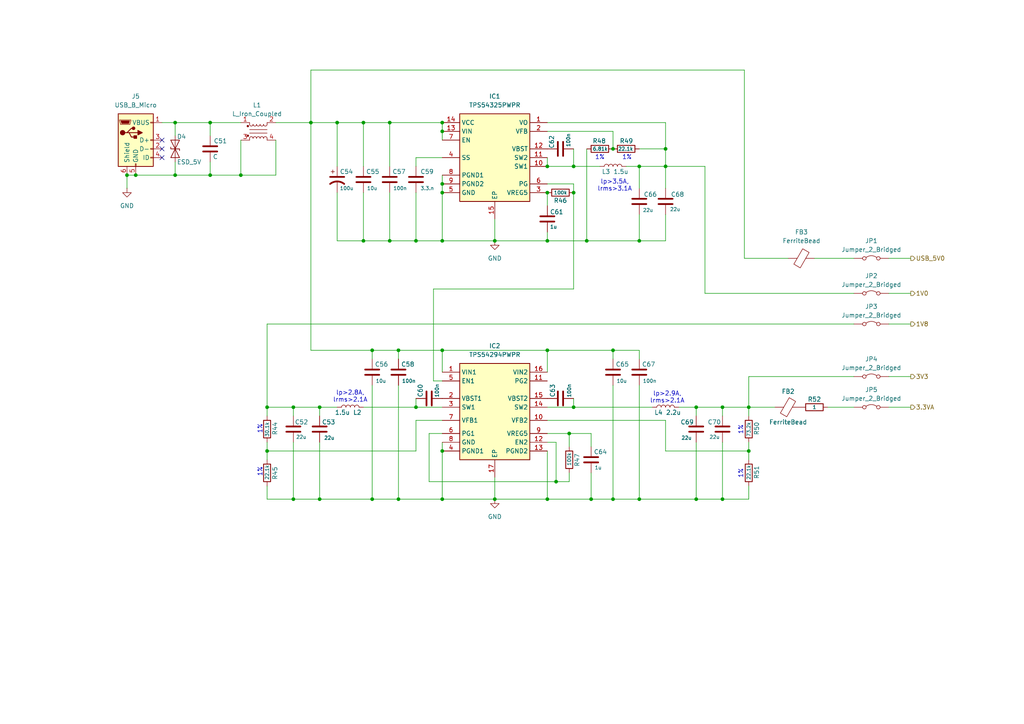
<source format=kicad_sch>
(kicad_sch (version 20250114) (generator "eeschema") (generator_version "9.0")
  (paper "A4")
  (lib_symbols
    (symbol "C_1" (pin_numbers (hide yes)) (pin_names (offset 0.254) (hide yes))
      (property "Reference" "C" (at 0.635 2.54 0))
      (property "Value" "C" (at 0.635 -2.54 0))
      (symbol "C_1_0_1"
        (polyline (pts (xy -2.032 0.762) (xy 2.032 0.762)) (stroke (width 0.508)))
        (polyline (pts (xy -2.032 -0.762) (xy 2.032 -0.762)) (stroke (width 0.508)))
      )
      (symbol "C_1_1_1"
        (pin passive line (at 0 3.81 270) (length 2.794) (name "~") (number "1"))
        (pin passive line (at 0 -3.81 90) (length 2.794) (name "~") (number "2"))
      )
    )
    (symbol "C_2" (pin_numbers (hide yes)) (pin_names (offset 0.254) (hide yes))
      (property "Reference" "C" (at 0.635 2.54 0))
      (property "Value" "C" (at 0.635 -2.54 0))
      (symbol "C_2_0_1"
        (polyline (pts (xy -2.032 0.762) (xy 2.032 0.762)) (stroke (width 0.508)))
        (polyline (pts (xy -2.032 -0.762) (xy 2.032 -0.762)) (stroke (width 0.508)))
      )
      (symbol "C_2_1_1"
        (pin passive line (at 0 3.81 270) (length 2.794) (name "~") (number "1"))
        (pin passive line (at 0 -3.81 90) (length 2.794) (name "~") (number "2"))
      )
    )
    (symbol "Connector:USB_B_Micro" (pin_names (offset 1.016))
      (property "Reference" "J5" (at 0 12.7 0))
      (property "Value" "USB_B_Micro" (at 0 10.16 0))
      (symbol "USB_B_Micro_0_1"
        (rectangle (start -5.08 -7.62) (end 5.08 7.62) (stroke (width 0.254)) (fill (type background)))
        (polyline (pts (xy -4.699 5.842) (xy -4.699 5.588) (xy -4.445 4.826) (xy -4.445 4.572) (xy -1.651 4.572) (xy -1.651 4.826) (xy -1.397 5.588) (xy -1.397 5.842) (xy -4.699 5.842)))
        (polyline (pts (xy -4.318 5.588) (xy -1.778 5.588) (xy -2.032 4.826) (xy -4.064 4.826) (xy -4.318 5.588)) (fill (type outline)))
        (circle (center -3.81 2.159) (radius 0.635) (stroke (width 0.254)) (fill (type outline)))
        (polyline (pts (xy -3.175 2.159) (xy -2.54 2.159) (xy -1.27 3.429) (xy -0.635 3.429)) (stroke (width 0.254)))
        (polyline (pts (xy -2.54 2.159) (xy -1.905 2.159) (xy -1.27 0.889) (xy 0 0.889)) (stroke (width 0.254)))
        (polyline (pts (xy -1.905 2.159) (xy 0.635 2.159)) (stroke (width 0.254)))
        (circle (center -0.635 3.429) (radius 0.381) (stroke (width 0.254)) (fill (type outline)))
        (rectangle (start -0.127 -7.62) (end 0.127 -6.858))
        (rectangle (start 0.254 1.27) (end -0.508 0.508) (stroke (width 0.254)) (fill (type outline)))
        (polyline (pts (xy 0.635 2.794) (xy 0.635 1.524) (xy 1.905 2.159) (xy 0.635 2.794)) (stroke (width 0.254)) (fill (type outline)))
        (rectangle (start 5.08 4.953) (end 4.318 5.207))
        (rectangle (start 5.08 -0.127) (end 4.318 0.127))
        (rectangle (start 5.08 -2.667) (end 4.318 -2.413))
        (rectangle (start 5.08 -5.207) (end 4.318 -4.953))
      )
      (symbol "USB_B_Micro_1_1"
        (pin passive line (at -2.54 -10.16 90) (length 2.54) (name "Shield") (number "6"))
        (pin power_in line (at 0 -10.16 90) (length 2.54) (name "GND") (number "5"))
        (pin power_out line (at 7.62 5.08 180) (length 2.54) (name "VBUS") (number "1"))
        (pin bidirectional line (at 7.62 0 180) (length 2.54) (name "D+") (number "3"))
        (pin bidirectional line (at 7.62 -2.54 180) (length 2.54) (name "D-") (number "2"))
        (pin passive line (at 7.62 -5.08 180) (length 2.54) (name "ID") (number "4"))
      )
    )
    (symbol "Device:C" (pin_numbers (hide yes)) (pin_names (offset 0.254))
      (property "Reference" "C" (at 0.635 2.54 0))
      (property "Value" "C" (at 0.635 -2.54 0))
      (symbol "C_0_1"
        (polyline (pts (xy -2.032 0.762) (xy 2.032 0.762)) (stroke (width 0.508)))
        (polyline (pts (xy -2.032 -0.762) (xy 2.032 -0.762)) (stroke (width 0.508)))
      )
      (symbol "C_1_1"
        (pin passive line (at 0 3.81 270) (length 2.794) (name "~") (number "1"))
        (pin passive line (at 0 -3.81 90) (length 2.794) (name "~") (number "2"))
      )
    )
    (symbol "Device:C_Polarized_US" (pin_numbers (hide yes)) (pin_names (offset 0.254) (hide yes))
      (property "Reference" "C" (at 0.635 2.54 0))
      (property "Value" "C_Polarized_US" (at 0.635 -2.54 0))
      (symbol "C_Polarized_US_0_1"
        (polyline (pts (xy -2.032 0.762) (xy 2.032 0.762)) (stroke (width 0.508)))
        (polyline (pts (xy -1.778 2.286) (xy -0.762 2.286)))
        (polyline (pts (xy -1.27 1.778) (xy -1.27 2.794)))
        (arc (start -2.032 -1.27) (mid 0 -0.5572) (end 2.032 -1.27) (stroke (width 0.508)))
      )
      (symbol "C_Polarized_US_1_1"
        (pin passive line (at 0 3.81 270) (length 2.794) (name "~") (number "1"))
        (pin passive line (at 0 -3.81 90) (length 3.302) (name "~") (number "2"))
      )
    )
    (symbol "Device:FerriteBead" (pin_numbers (hide yes)) (pin_names (offset 0))
      (property "Reference" "FB" (at -3.81 0.635 90))
      (property "Value" "FerriteBead" (at 3.81 0 90))
      (symbol "FerriteBead_0_1"
        (polyline (pts (xy -2.7686 0.4064) (xy -1.7018 2.2606) (xy 2.7686 -0.3048) (xy 1.6764 -2.159) (xy -2.7686 0.4064)))
        (polyline (pts (xy 0 1.27) (xy 0 1.2954)))
        (polyline (pts (xy 0 -1.27) (xy 0 -1.2192)))
      )
      (symbol "FerriteBead_1_1"
        (pin passive line (at 0 3.81 270) (length 2.54) (name "~") (number "1"))
        (pin passive line (at 0 -3.81 90) (length 2.54) (name "~") (number "2"))
      )
    )
    (symbol "Device:L" (pin_numbers (hide yes)) (pin_names (offset 1.016) (hide yes))
      (property "Reference" "L" (at -1.27 0 90))
      (property "Value" "L" (at 1.905 0 90))
      (symbol "L_0_1"
        (arc (start 0 2.54) (mid 0.6323 1.905) (end 0 1.27))
        (arc (start 0 1.27) (mid 0.6323 0.635) (end 0 0))
        (arc (start 0 0) (mid 0.6323 -0.635) (end 0 -1.27))
        (arc (start 0 -1.27) (mid 0.6323 -1.905) (end 0 -2.54))
      )
      (symbol "L_1_1"
        (pin passive line (at 0 3.81 270) (length 1.27) (name "1") (number "1"))
        (pin passive line (at 0 -3.81 90) (length 1.27) (name "2") (number "2"))
      )
    )
    (symbol "Device:L_Iron_Coupled" (pin_names (offset 0.254) (hide yes))
      (property "Reference" "L" (at 0 4.445 0))
      (property "Value" "L_Iron_Coupled" (at 0 -4.445 0))
      (symbol "L_Iron_Coupled_0_1"
        (circle (center -3.048 1.524) (radius 0.254) (fill (type outline)))
        (circle (center -3.048 -1.27) (radius 0.254) (fill (type outline)))
        (polyline (pts (xy -2.54 2.032) (xy -2.54 2.54)))
        (polyline (pts (xy -2.54 0.508) (xy 2.54 0.508)))
        (polyline (pts (xy -2.54 -2.032) (xy -2.54 -2.54)))
        (arc (start -1.524 2.032) (mid -2.032 1.5262) (end -2.54 2.032))
        (arc (start -2.54 -2.032) (mid -2.032 -1.5262) (end -1.524 -2.032))
        (arc (start -0.508 2.032) (mid -1.016 1.5262) (end -1.524 2.032))
        (arc (start -1.524 -2.032) (mid -1.016 -1.5262) (end -0.508 -2.032))
        (arc (start 0.508 2.032) (mid 0 1.5262) (end -0.508 2.032))
        (arc (start -0.508 -2.032) (mid 0 -1.5262) (end 0.508 -2.032))
        (arc (start 1.524 2.032) (mid 1.016 1.5262) (end 0.508 2.032))
        (arc (start 0.508 -2.032) (mid 1.016 -1.5262) (end 1.524 -2.032))
        (arc (start 2.54 2.032) (mid 2.032 1.5262) (end 1.524 2.032))
        (arc (start 1.524 -2.032) (mid 2.032 -1.5262) (end 2.54 -2.032))
        (polyline (pts (xy 2.54 2.54) (xy 2.54 2.032)))
        (polyline (pts (xy 2.54 -0.508) (xy -2.54 -0.508)))
        (polyline (pts (xy 2.54 -2.032) (xy 2.54 -2.54)))
      )
      (symbol "L_Iron_Coupled_1_1"
        (pin passive line (at -5.08 2.54 0) (length 2.54) (name "1") (number "1"))
        (pin passive line (at -5.08 -2.54 0) (length 2.54) (name "3") (number "3"))
        (pin passive line (at 5.08 2.54 180) (length 2.54) (name "2") (number "2"))
        (pin passive line (at 5.08 -2.54 180) (length 2.54) (name "4") (number "4"))
      )
    )
    (symbol "Device:R" (pin_numbers (hide yes)) (pin_names (offset 0))
      (property "Reference" "R" (at 2.032 0 90))
      (property "Value" "R" (at 0 0 90))
      (symbol "R_0_1"
        (rectangle (start -1.016 -2.54) (end 1.016 2.54) (stroke (width 0.254)))
      )
      (symbol "R_1_1"
        (pin passive line (at 0 3.81 270) (length 1.27) (name "~") (number "1"))
        (pin passive line (at 0 -3.81 90) (length 1.27) (name "~") (number "2"))
      )
    )
    (symbol "Diode:ESD9B5.0ST5G" (pin_numbers (hide yes)) (pin_names (offset 1.016) (hide yes))
      (property "Reference" "D" (at 0 2.54 0))
      (property "Value" "ESD9B5.0ST5G" (at 0 -2.54 0))
      (symbol "ESD9B5.0ST5G_0_1"
        (polyline (pts (xy -2.54 -1.27) (xy 0 0) (xy -2.54 1.27) (xy -2.54 -1.27)) (stroke (width 0.2032)))
        (polyline (pts (xy 0.508 1.27) (xy 0 1.27) (xy 0 -1.27) (xy -0.508 -1.27)) (stroke (width 0.2032)))
        (polyline (pts (xy 1.27 0) (xy -1.27 0)))
        (polyline (pts (xy 2.54 1.27) (xy 2.54 -1.27) (xy 0 0) (xy 2.54 1.27)) (stroke (width 0.2032)))
      )
      (symbol "ESD9B5.0ST5G_1_1"
        (pin passive line (at -3.81 0 0) (length 2.54) (name "A1") (number "1"))
        (pin passive line (at 3.81 0 180) (length 2.54) (name "A2") (number "2"))
      )
    )
    (symbol "Jumper:Jumper_2_Bridged" (pin_numbers (hide yes)) (pin_names (offset 0) (hide yes))
      (property "Reference" "JP" (at 0 1.905 0))
      (property "Value" "Jumper_2_Bridged" (at 0 -2.54 0))
      (symbol "Jumper_2_Bridged_0_0"
        (circle (center -2.032 0) (radius 0.508))
        (circle (center 2.032 0) (radius 0.508))
      )
      (symbol "Jumper_2_Bridged_0_1"
        (arc (start -1.524 0.254) (mid 0 0.762) (end 1.524 0.254))
      )
      (symbol "Jumper_2_Bridged_1_1"
        (pin passive line (at -5.08 0 0) (length 2.54) (name "A") (number "1"))
        (pin passive line (at 5.08 0 180) (length 2.54) (name "B") (number "2"))
      )
    )
    (symbol "L_1" (pin_numbers (hide yes)) (pin_names (offset 1.016) (hide yes))
      (property "Reference" "L" (at -1.27 0 90))
      (property "Value" "L" (at 1.905 0 90))
      (symbol "L_1_0_1"
        (arc (start 0 2.54) (mid 0.6323 1.905) (end 0 1.27))
        (arc (start 0 1.27) (mid 0.6323 0.635) (end 0 0))
        (arc (start 0 0) (mid 0.6323 -0.635) (end 0 -1.27))
        (arc (start 0 -1.27) (mid 0.6323 -1.905) (end 0 -2.54))
      )
      (symbol "L_1_1_1"
        (pin passive line (at 0 3.81 270) (length 1.27) (name "1") (number "1"))
        (pin passive line (at 0 -3.81 90) (length 1.27) (name "2") (number "2"))
      )
    )
    (symbol "TPS54294PWPR:TPS54294PWPR"
      (property "Reference" "IC2" (at 15.24 7.62 0))
      (property "Value" "TPS54294PWPR" (at 15.24 5.08 0))
      (symbol "TPS54294PWPR_1_1"
        (rectangle (start 5.08 2.54) (end 25.4 -25.4) (stroke (width 0.254)) (fill (type background)))
        (pin passive line (at 0 0 0) (length 5.08) (name "VIN1") (number "1"))
        (pin passive line (at 0 -2.54 0) (length 5.08) (name "EN1") (number "5"))
        (pin passive line (at 0 -7.62 0) (length 5.08) (name "VBST1") (number "2"))
        (pin passive line (at 0 -10.16 0) (length 5.08) (name "SW1") (number "3"))
        (pin passive line (at 0 -13.97 0) (length 5.08) (name "VFB1") (number "7"))
        (pin passive line (at 0 -17.78 0) (length 5.08) (name "PG1") (number "6"))
        (pin passive line (at 0 -20.32 0) (length 5.08) (name "GND") (number "8"))
        (pin passive line (at 0 -22.86 0) (length 5.08) (name "PGND1") (number "4"))
        (pin passive line (at 15.24 -30.48 90) (length 5.08) (name "EP") (number "17"))
        (pin passive line (at 30.48 0 180) (length 5.08) (name "VIN2") (number "16"))
        (pin passive line (at 30.48 -2.54 180) (length 5.08) (name "PG2") (number "11"))
        (pin passive line (at 30.48 -7.62 180) (length 5.08) (name "VBST2") (number "15"))
        (pin passive line (at 30.48 -10.16 180) (length 5.08) (name "SW2") (number "14"))
        (pin passive line (at 30.48 -13.97 180) (length 5.08) (name "VFB2") (number "10"))
        (pin passive line (at 30.48 -17.78 180) (length 5.08) (name "VREG5") (number "9"))
        (pin passive line (at 30.48 -20.32 180) (length 5.08) (name "EN2") (number "12"))
        (pin passive line (at 30.48 -22.86 180) (length 5.08) (name "PGND2") (number "13"))
      )
    )
    (symbol "TPS54325PWPR:TPS54325PWPR"
      (property "Reference" "IC1" (at 15.24 7.62 0))
      (property "Value" "TPS54325PWPR" (at 15.24 5.08 0))
      (symbol "TPS54325PWPR_1_1"
        (rectangle (start 5.08 2.54) (end 25.4 -22.86) (stroke (width 0.254)) (fill (type background)))
        (pin passive line (at 0 0 0) (length 5.08) (name "VCC") (number "14"))
        (pin passive line (at 0 -2.54 0) (length 5.08) (name "VIN") (number "13"))
        (pin passive line (at 0 -5.08 0) (length 5.08) (name "EN") (number "7"))
        (pin passive line (at 0 -10.16 0) (length 5.08) (name "SS") (number "4"))
        (pin passive line (at 0 -15.24 0) (length 5.08) (name "PGND1") (number "8"))
        (pin passive line (at 0 -17.78 0) (length 5.08) (name "PGND2") (number "9"))
        (pin passive line (at 0 -20.32 0) (length 5.08) (name "GND") (number "5"))
        (pin passive line (at 15.24 -27.94 90) (length 5.08) (name "EP") (number "15"))
        (pin passive line (at 30.48 0 180) (length 5.08) (name "VO") (number "1"))
        (pin passive line (at 30.48 -2.54 180) (length 5.08) (name "VFB") (number "2"))
        (pin passive line (at 30.48 -7.62 180) (length 5.08) (name "VBST") (number "12"))
        (pin passive line (at 30.48 -10.16 180) (length 5.08) (name "SW2") (number "11"))
        (pin passive line (at 30.48 -12.7 180) (length 5.08) (name "SW1") (number "10"))
        (pin passive line (at 30.48 -17.78 180) (length 5.08) (name "PG") (number "6"))
        (pin passive line (at 30.48 -20.32 180) (length 5.08) (name "VREG5") (number "3"))
      )
    )
    (symbol "power:GND" (power) (pin_numbers (hide yes)) (pin_names (offset 0) (hide yes))
      (property "Value" "GND" (at 0 -3.81 0))
      (symbol "GND_0_1"
        (polyline (pts (xy 0 0) (xy 0 -1.27) (xy 1.27 -1.27) (xy 0 -2.54) (xy -1.27 -1.27) (xy 0 -1.27)))
      )
      (symbol "GND_1_1"
        (pin power_in line (at 0 0 270) (length 0) (name "~") (number "1"))
      )
    )
  )
  (text "1%" (at 214.884 137.414 90) (effects (font (size 1.27 1.27))))
  (text "1%" (at 75.438 136.906 90) (effects (font (size 1.27 1.27))))
  (text "1%" (at 173.99 45.72 0) (effects (font (size 1.27 1.27))))
  (text "lp>2.8A,\nlrms>2.1A" (at 101.6 115.062 0) (effects (font (size 1.27 1.27))))
  (text "lp>2.9A,\nlrms>2.1A" (at 193.548 115.316 0) (effects (font (size 1.27 1.27))))
  (text "1%" (at 181.864 45.72 0) (effects (font (size 1.27 1.27))))
  (text "1%" (at 75.438 124.46 90) (effects (font (size 1.27 1.27))))
  (text "lp>3.5A,\nlrms>3.1A" (at 178.308 53.848 0) (effects (font (size 1.27 1.27))))
  (text "1%" (at 214.884 124.714 90) (effects (font (size 1.27 1.27))))
  (junction (at 128.27 69.85))
  (junction (at 85.09 118.11))
  (junction (at 77.47 118.11))
  (junction (at 193.04 48.26))
  (junction (at 158.75 144.78))
  (junction (at 128.27 53.34))
  (junction (at 85.09 144.78))
  (junction (at 158.75 48.26))
  (junction (at 171.45 144.78))
  (junction (at 92.71 118.11))
  (junction (at 143.51 144.78))
  (junction (at 105.41 69.85))
  (junction (at 158.75 69.85))
  (junction (at 50.8 35.56))
  (junction (at 166.37 118.11))
  (junction (at 113.03 69.85))
  (junction (at 193.04 43.18))
  (junction (at 105.41 35.56))
  (junction (at 107.95 144.78))
  (junction (at 177.8 144.78))
  (junction (at 170.18 69.85))
  (junction (at 158.75 101.6))
  (junction (at 128.27 130.81))
  (junction (at 217.17 130.81))
  (junction (at 39.37 50.8))
  (junction (at 60.96 50.8))
  (junction (at 69.85 50.8))
  (junction (at 115.57 144.78))
  (junction (at 177.8 43.18))
  (junction (at 128.27 55.88))
  (junction (at 165.1 125.73))
  (junction (at 166.37 48.26))
  (junction (at 217.17 118.11))
  (junction (at 107.95 101.6))
  (junction (at 128.27 144.78))
  (junction (at 209.55 144.78))
  (junction (at 209.55 118.11))
  (junction (at 158.75 55.88))
  (junction (at 36.83 50.8))
  (junction (at 185.42 48.26))
  (junction (at 97.79 35.56))
  (junction (at 77.47 130.81))
  (junction (at 92.71 144.78))
  (junction (at 166.37 55.88))
  (junction (at 113.03 35.56))
  (junction (at 128.27 101.6))
  (junction (at 128.27 35.56))
  (junction (at 50.8 50.8))
  (junction (at 177.8 101.6))
  (junction (at 201.93 144.78))
  (junction (at 143.51 69.85))
  (junction (at 128.27 38.1))
  (junction (at 90.17 35.56))
  (junction (at 201.93 118.11))
  (junction (at 60.96 35.56))
  (junction (at 185.42 144.78))
  (junction (at 120.65 118.11))
  (junction (at 115.57 101.6))
  (junction (at 161.29 139.7))
  (junction (at 185.42 69.85))
  (junction (at 120.65 69.85))
  (no_connect (at 46.99 40.64))
  (no_connect (at 46.99 45.72))
  (no_connect (at 46.99 43.18))
  (wire (pts (xy 85.09 144.78) (xy 92.71 144.78)))
  (wire (pts (xy 185.42 101.6) (xy 185.42 104.14)))
  (wire (pts (xy 170.18 69.85) (xy 185.42 69.85)))
  (wire (pts (xy 177.8 111.76) (xy 177.8 144.78)))
  (wire (pts (xy 128.27 130.81) (xy 128.27 144.78)))
  (wire (pts (xy 181.61 48.26) (xy 185.42 48.26)))
  (wire (pts (xy 97.79 48.26) (xy 97.79 35.56)))
  (wire (pts (xy 257.81 93.98) (xy 264.16 93.98)))
  (wire (pts (xy 77.47 130.81) (xy 77.47 133.35)))
  (wire (pts (xy 143.51 69.85) (xy 158.75 69.85)))
  (wire (pts (xy 257.81 118.11) (xy 264.16 118.11)))
  (wire (pts (xy 143.51 138.43) (xy 143.51 144.78)))
  (wire (pts (xy 90.17 35.56) (xy 97.79 35.56)))
  (wire (pts (xy 201.93 128.27) (xy 201.93 144.78)))
  (wire (pts (xy 90.17 20.32) (xy 90.17 35.56)))
  (wire (pts (xy 217.17 120.65) (xy 217.17 118.11)))
  (wire (pts (xy 77.47 144.78) (xy 85.09 144.78)))
  (wire (pts (xy 124.46 139.7) (xy 161.29 139.7)))
  (wire (pts (xy 50.8 35.56) (xy 60.96 35.56)))
  (wire (pts (xy 60.96 35.56) (xy 69.85 35.56)))
  (wire (pts (xy 158.75 125.73) (xy 165.1 125.73)))
  (wire (pts (xy 97.79 35.56) (xy 105.41 35.56)))
  (wire (pts (xy 161.29 128.27) (xy 161.29 139.7)))
  (wire (pts (xy 113.03 35.56) (xy 128.27 35.56)))
  (wire (pts (xy 185.42 48.26) (xy 193.04 48.26)))
  (wire (pts (xy 128.27 101.6) (xy 158.75 101.6)))
  (wire (pts (xy 257.81 85.09) (xy 264.16 85.09)))
  (wire (pts (xy 115.57 111.76) (xy 115.57 144.78)))
  (wire (pts (xy 228.6 74.93) (xy 215.9 74.93)))
  (wire (pts (xy 177.8 101.6) (xy 185.42 101.6)))
  (wire (pts (xy 165.1 137.16) (xy 165.1 139.7)))
  (wire (pts (xy 92.71 120.65) (xy 92.71 118.11)))
  (wire (pts (xy 193.04 62.23) (xy 193.04 69.85)))
  (wire (pts (xy 217.17 118.11) (xy 224.79 118.11)))
  (wire (pts (xy 215.9 20.32) (xy 90.17 20.32)))
  (wire (pts (xy 69.85 50.8) (xy 60.96 50.8)))
  (wire (pts (xy 217.17 109.22) (xy 247.65 109.22)))
  (wire (pts (xy 85.09 128.27) (xy 85.09 144.78)))
  (wire (pts (xy 69.85 40.64) (xy 69.85 50.8)))
  (wire (pts (xy 50.8 46.99) (xy 50.8 50.8)))
  (wire (pts (xy 193.04 48.26) (xy 204.47 48.26)))
  (wire (pts (xy 177.8 144.78) (xy 185.42 144.78)))
  (wire (pts (xy 158.75 101.6) (xy 177.8 101.6)))
  (wire (pts (xy 217.17 118.11) (xy 209.55 118.11)))
  (wire (pts (xy 143.51 63.5) (xy 143.51 69.85)))
  (wire (pts (xy 166.37 53.34) (xy 166.37 55.88)))
  (wire (pts (xy 113.03 55.88) (xy 113.03 69.85)))
  (wire (pts (xy 85.09 118.11) (xy 92.71 118.11)))
  (wire (pts (xy 90.17 101.6) (xy 107.95 101.6)))
  (wire (pts (xy 50.8 35.56) (xy 50.8 39.37)))
  (wire (pts (xy 128.27 35.56) (xy 128.27 38.1)))
  (wire (pts (xy 177.8 38.1) (xy 177.8 43.18)))
  (wire (pts (xy 120.65 48.26) (xy 120.65 45.72)))
  (wire (pts (xy 90.17 35.56) (xy 90.17 101.6)))
  (wire (pts (xy 97.79 55.88) (xy 97.79 69.85)))
  (wire (pts (xy 120.65 69.85) (xy 128.27 69.85)))
  (wire (pts (xy 158.75 69.85) (xy 170.18 69.85)))
  (wire (pts (xy 107.95 101.6) (xy 115.57 101.6)))
  (wire (pts (xy 264.16 74.93) (xy 257.81 74.93)))
  (wire (pts (xy 209.55 128.27) (xy 209.55 144.78)))
  (wire (pts (xy 60.96 35.56) (xy 60.96 39.37)))
  (wire (pts (xy 113.03 48.26) (xy 113.03 35.56)))
  (wire (pts (xy 158.75 130.81) (xy 158.75 144.78)))
  (wire (pts (xy 115.57 101.6) (xy 128.27 101.6)))
  (wire (pts (xy 77.47 120.65) (xy 77.47 118.11)))
  (wire (pts (xy 257.81 109.22) (xy 264.16 109.22)))
  (wire (pts (xy 36.83 54.61) (xy 36.83 50.8)))
  (wire (pts (xy 193.04 130.81) (xy 217.17 130.81)))
  (wire (pts (xy 193.04 121.92) (xy 193.04 130.81)))
  (wire (pts (xy 193.04 35.56) (xy 158.75 35.56)))
  (wire (pts (xy 120.65 45.72) (xy 128.27 45.72)))
  (wire (pts (xy 201.93 118.11) (xy 196.85 118.11)))
  (wire (pts (xy 125.73 110.49) (xy 125.73 83.82)))
  (wire (pts (xy 193.04 54.61) (xy 193.04 48.26)))
  (wire (pts (xy 115.57 144.78) (xy 128.27 144.78)))
  (wire (pts (xy 120.65 121.92) (xy 120.65 130.81)))
  (wire (pts (xy 60.96 50.8) (xy 50.8 50.8)))
  (wire (pts (xy 77.47 128.27) (xy 77.47 130.81)))
  (wire (pts (xy 128.27 121.92) (xy 120.65 121.92)))
  (wire (pts (xy 166.37 48.26) (xy 173.99 48.26)))
  (wire (pts (xy 97.79 69.85) (xy 105.41 69.85)))
  (wire (pts (xy 217.17 130.81) (xy 217.17 133.35)))
  (wire (pts (xy 128.27 101.6) (xy 128.27 107.95)))
  (wire (pts (xy 201.93 120.65) (xy 201.93 118.11)))
  (wire (pts (xy 46.99 35.56) (xy 50.8 35.56)))
  (wire (pts (xy 166.37 115.57) (xy 166.37 118.11)))
  (wire (pts (xy 209.55 144.78) (xy 201.93 144.78)))
  (wire (pts (xy 128.27 128.27) (xy 128.27 130.81)))
  (wire (pts (xy 158.75 128.27) (xy 161.29 128.27)))
  (wire (pts (xy 171.45 137.16) (xy 171.45 144.78)))
  (wire (pts (xy 217.17 128.27) (xy 217.17 130.81)))
  (wire (pts (xy 80.01 50.8) (xy 69.85 50.8)))
  (wire (pts (xy 105.41 48.26) (xy 105.41 35.56)))
  (wire (pts (xy 217.17 144.78) (xy 209.55 144.78)))
  (wire (pts (xy 158.75 48.26) (xy 158.75 45.72)))
  (wire (pts (xy 120.65 115.57) (xy 120.65 118.11)))
  (wire (pts (xy 215.9 74.93) (xy 215.9 20.32)))
  (wire (pts (xy 204.47 48.26) (xy 204.47 85.09)))
  (wire (pts (xy 158.75 48.26) (xy 166.37 48.26)))
  (wire (pts (xy 120.65 130.81) (xy 77.47 130.81)))
  (wire (pts (xy 166.37 118.11) (xy 189.23 118.11)))
  (wire (pts (xy 92.71 118.11) (xy 97.79 118.11)))
  (wire (pts (xy 60.96 46.99) (xy 60.96 50.8)))
  (wire (pts (xy 107.95 144.78) (xy 115.57 144.78)))
  (wire (pts (xy 165.1 129.54) (xy 165.1 125.73)))
  (wire (pts (xy 193.04 35.56) (xy 193.04 43.18)))
  (wire (pts (xy 128.27 55.88) (xy 128.27 69.85)))
  (wire (pts (xy 105.41 55.88) (xy 105.41 69.85)))
  (wire (pts (xy 39.37 50.8) (xy 50.8 50.8)))
  (wire (pts (xy 185.42 111.76) (xy 185.42 144.78)))
  (wire (pts (xy 80.01 40.64) (xy 80.01 50.8)))
  (wire (pts (xy 80.01 35.56) (xy 90.17 35.56)))
  (wire (pts (xy 77.47 93.98) (xy 77.47 118.11)))
  (wire (pts (xy 128.27 125.73) (xy 124.46 125.73)))
  (wire (pts (xy 92.71 144.78) (xy 107.95 144.78)))
  (wire (pts (xy 105.41 35.56) (xy 113.03 35.56)))
  (wire (pts (xy 177.8 38.1) (xy 158.75 38.1)))
  (wire (pts (xy 105.41 69.85) (xy 113.03 69.85)))
  (wire (pts (xy 120.65 55.88) (xy 120.65 69.85)))
  (wire (pts (xy 209.55 120.65) (xy 209.55 118.11)))
  (wire (pts (xy 36.83 50.8) (xy 39.37 50.8)))
  (wire (pts (xy 158.75 67.31) (xy 158.75 69.85)))
  (wire (pts (xy 128.27 69.85) (xy 143.51 69.85)))
  (wire (pts (xy 120.65 118.11) (xy 128.27 118.11)))
  (wire (pts (xy 171.45 129.54) (xy 171.45 125.73)))
  (wire (pts (xy 185.42 43.18) (xy 193.04 43.18)))
  (wire (pts (xy 166.37 55.88) (xy 166.37 83.82)))
  (wire (pts (xy 240.03 118.11) (xy 247.65 118.11)))
  (wire (pts (xy 113.03 69.85) (xy 120.65 69.85)))
  (wire (pts (xy 247.65 74.93) (xy 236.22 74.93)))
  (wire (pts (xy 158.75 101.6) (xy 158.75 107.95)))
  (wire (pts (xy 165.1 125.73) (xy 171.45 125.73)))
  (wire (pts (xy 105.41 118.11) (xy 120.65 118.11)))
  (wire (pts (xy 158.75 144.78) (xy 171.45 144.78)))
  (wire (pts (xy 128.27 53.34) (xy 128.27 55.88)))
  (wire (pts (xy 158.75 118.11) (xy 166.37 118.11)))
  (wire (pts (xy 204.47 85.09) (xy 247.65 85.09)))
  (wire (pts (xy 77.47 118.11) (xy 85.09 118.11)))
  (wire (pts (xy 170.18 43.18) (xy 170.18 69.85)))
  (wire (pts (xy 161.29 139.7) (xy 165.1 139.7)))
  (wire (pts (xy 158.75 121.92) (xy 193.04 121.92)))
  (wire (pts (xy 128.27 50.8) (xy 128.27 53.34)))
  (wire (pts (xy 217.17 109.22) (xy 217.17 118.11)))
  (wire (pts (xy 128.27 110.49) (xy 125.73 110.49)))
  (wire (pts (xy 185.42 144.78) (xy 201.93 144.78)))
  (wire (pts (xy 107.95 111.76) (xy 107.95 144.78)))
  (wire (pts (xy 77.47 140.97) (xy 77.47 144.78)))
  (wire (pts (xy 158.75 55.88) (xy 158.75 59.69)))
  (wire (pts (xy 171.45 144.78) (xy 177.8 144.78)))
  (wire (pts (xy 158.75 53.34) (xy 166.37 53.34)))
  (wire (pts (xy 209.55 118.11) (xy 201.93 118.11)))
  (wire (pts (xy 185.42 69.85) (xy 193.04 69.85)))
  (wire (pts (xy 193.04 43.18) (xy 193.04 48.26)))
  (wire (pts (xy 177.8 101.6) (xy 177.8 104.14)))
  (wire (pts (xy 166.37 83.82) (xy 125.73 83.82)))
  (wire (pts (xy 85.09 120.65) (xy 85.09 118.11)))
  (wire (pts (xy 124.46 125.73) (xy 124.46 139.7)))
  (wire (pts (xy 217.17 140.97) (xy 217.17 144.78)))
  (wire (pts (xy 107.95 101.6) (xy 107.95 104.14)))
  (wire (pts (xy 128.27 144.78) (xy 143.51 144.78)))
  (wire (pts (xy 77.47 93.98) (xy 247.65 93.98)))
  (wire (pts (xy 128.27 38.1) (xy 128.27 40.64)))
  (wire (pts (xy 115.57 101.6) (xy 115.57 104.14)))
  (wire (pts (xy 158.75 144.78) (xy 143.51 144.78)))
  (wire (pts (xy 185.42 62.23) (xy 185.42 69.85)))
  (wire (pts (xy 166.37 43.18) (xy 166.37 48.26)))
  (wire (pts (xy 92.71 128.27) (xy 92.71 144.78)))
  (wire (pts (xy 185.42 54.61) (xy 185.42 48.26)))
  (hierarchical_label "USB_5V0" (shape output) (at 264.16 74.93 0))
  (hierarchical_label "3V3" (shape output) (at 264.16 109.22 0))
  (hierarchical_label "1V0" (shape output) (at 264.16 85.09 0))
  (hierarchical_label "3.3VA" (shape output) (at 264.16 118.11 0))
  (hierarchical_label "1V8" (shape output) (at 264.16 93.98 0))
  (symbol (lib_id "Device:C") (at 162.56 43.18 90) (unit 1)
    (property "Reference" "C62" (at 160.02 41.148 0))
    (property "Value" "100n" (at 164.846 40.64 0) (effects (font (size 1.016 1.016))))
    (property "Description" "Unpolarized capacitor" (effects (hide yes)))
  )
  (symbol (lib_id "Diode:ESD9B5.0ST5G") (at 50.8 43.18 90) (unit 1)
    (property "Reference" "D4" (at 51.308 39.624 90) (effects (justify right)))
    (property "Value" "ESD_5V" (at 51.308 46.99 90) (effects (justify right)))
    (property "Footprint" "Diode_SMD:D_SOD-923" (effects (hide yes)))
    (property "Datasheet" "https://www.onsemi.com/pub/Collateral/ESD9B-D.PDF" (effects (hide yes)))
    (property "Description" "ESD protection diode, 5.0Vrwm, SOD-923" (effects (hide yes)))
  )
  (symbol (lib_id "Device:C") (at 185.42 107.95 0) (unit 1)
    (property "Reference" "C67" (at 186.182 105.664 0) (effects (justify left)))
    (property "Value" "100n" (at 186.436 110.49 0) (effects (font (size 1.016 1.016)) (justify left)))
    (property "Description" "Unpolarized capacitor" (effects (hide yes)))
  )
  (symbol (lib_name "L_1") (lib_id "Device:L") (at 101.6 118.11 270) (mirror x) (unit 1)
    (property "Reference" "L2" (at 103.632 119.634 90))
    (property "Value" "1.5u" (at 99.314 119.634 90))
    (property "Description" "Inductor" (effects (hide yes)))
  )
  (symbol (lib_id "Device:C") (at 113.03 52.07 0) (unit 1)
    (property "Reference" "C57" (at 113.792 49.784 0) (effects (justify left)))
    (property "Value" "100n" (at 114.046 54.61 0) (effects (font (size 1.016 1.016)) (justify left)))
    (property "Description" "Unpolarized capacitor" (effects (hide yes)))
  )
  (symbol (lib_id "Device:C") (at 107.95 107.95 0) (unit 1)
    (property "Reference" "C56" (at 108.712 105.664 0) (effects (justify left)))
    (property "Value" "10u" (at 108.966 110.49 0) (effects (font (size 1.016 1.016)) (justify left)))
    (property "Description" "Unpolarized capacitor" (effects (hide yes)))
  )
  (symbol (lib_id "power:GND") (at 143.51 69.85 0) (unit 1)
    (property "Reference" "#PWR070" (effects (hide yes)))
    (property "Value" "GND" (at 143.51 74.93 0))
    (property "Description" "Power symbol creates a global label with name \"GND\" , ground" (effects (hide yes)))
  )
  (symbol (lib_name "L_1") (lib_id "Device:L") (at 193.04 118.11 90) (unit 1)
    (property "Reference" "L4" (at 191.008 119.634 90))
    (property "Value" "2.2u" (at 195.326 119.634 90))
    (property "Description" "Inductor" (effects (hide yes)))
  )
  (symbol (lib_id "Device:R") (at 217.17 137.16 0) (mirror y) (unit 1)
    (property "Reference" "R51" (at 219.456 138.938 90) (effects (justify left)))
    (property "Value" "22.1k" (at 217.17 139.192 90) (effects (font (size 1.016 1.016)) (justify left)))
    (property "Description" "Resistor" (effects (hide yes)))
  )
  (symbol (lib_id "Device:R") (at 165.1 133.35 0) (unit 1)
    (property "Reference" "R47" (at 167.386 135.382 90) (effects (justify left)))
    (property "Value" "100k" (at 165.1 135.128 90) (effects (font (size 1.016 1.016)) (justify left)))
    (property "Description" "Resistor" (effects (hide yes)))
  )
  (symbol (lib_id "Device:C") (at 158.75 63.5 0) (unit 1)
    (property "Reference" "C61" (at 159.512 61.468 0) (effects (justify left)))
    (property "Value" "1u" (at 159.512 65.786 0) (effects (font (size 1.016 1.016)) (justify left)))
    (property "Description" "Unpolarized capacitor" (effects (hide yes)))
  )
  (symbol (lib_id "Device:C") (at 185.42 58.42 0) (unit 1)
    (property "Reference" "C66" (at 186.69 56.388 0) (effects (justify left)))
    (property "Value" "22u" (at 186.436 60.96 0) (effects (font (size 1.016 1.016)) (justify left)))
    (property "Description" "Unpolarized capacitor" (effects (hide yes)))
  )
  (symbol (lib_id "Device:R") (at 77.47 124.46 0) (unit 1)
    (property "Reference" "R44" (at 79.756 126.238 90) (effects (justify left)))
    (property "Value" "30.1k" (at 77.47 126.746 90) (effects (font (size 1.016 1.016)) (justify left)))
    (property "Description" "Resistor" (effects (hide yes)))
  )
  (symbol (lib_id "Device:FerriteBead") (at 232.41 74.93 270) (unit 1)
    (property "Reference" "FB3" (at 232.4608 67.31 90))
    (property "Value" "FerriteBead" (at 232.4608 69.85 90))
    (property "Description" "Ferrite bead" (effects (hide yes)))
  )
  (symbol (lib_id "TPS54294PWPR:TPS54294PWPR") (at 128.27 107.95 0) (unit 1)
    (property "Reference" "IC2" (at 143.51 100.33 0))
    (property "Value" "TPS54294PWPR" (at 143.51 102.87 0))
    (property "Datasheet" "http://www.ti.com/lit/gpn/tps54294" (effects (hide yes)))
    (property "Description" "4.5 V to 18 V input, dual 2 A output, synchronous step-down converter, with 1 ms fixed soft start" (effects (hide yes)))
    (property "Height" "1.2" (effects (hide yes)))
    (property "Mouser Part Number" "595-TPS54294PWPR" (effects (hide yes)))
    (property "Mouser Price/Stock" "https://www.mouser.co.uk/ProductDetail/Texas-Instruments/TPS54294PWPR?qs=bhx7MkwkKU%252BinUQer1shUg%3D%3D" (effects (hide yes)))
    (property "Manufacturer_Name" "Texas Instruments" (effects (hide yes)))
    (property "Manufacturer_Part_Number" "TPS54294PWPR" (effects (hide yes)))
  )
  (symbol (lib_id "Device:C") (at 124.46 115.57 270) (unit 1)
    (property "Reference" "C60" (at 121.92 113.284 0))
    (property "Value" "100n" (at 126.746 113.284 0) (effects (font (size 1.016 1.016))))
    (property "Description" "Unpolarized capacitor" (effects (hide yes)))
  )
  (symbol (lib_id "power:GND") (at 36.83 54.61 0) (unit 1)
    (property "Reference" "#PWR069" (effects (hide yes)))
    (property "Value" "GND" (at 36.83 59.69 0))
    (property "Description" "Power symbol creates a global label with name \"GND\" , ground" (effects (hide yes)))
  )
  (symbol (lib_id "Jumper:Jumper_2_Bridged") (at 252.73 85.09 0) (unit 1)
    (property "Reference" "JP2" (at 252.73 80.01 0))
    (property "Value" "Jumper_2_Bridged" (at 252.73 82.55 0))
    (property "Description" "Jumper, 2-pole, closed/bridged" (effects (hide yes)))
  )
  (symbol (lib_id "power:GND") (at 143.51 144.78 0) (unit 1)
    (property "Reference" "#PWR071" (effects (hide yes)))
    (property "Value" "GND" (at 143.51 149.86 0))
    (property "Description" "Power symbol creates a global label with name \"GND\" , ground" (effects (hide yes)))
  )
  (symbol (lib_id "Device:C") (at 171.45 133.35 0) (unit 1)
    (property "Reference" "C64" (at 172.212 131.064 0) (effects (justify left)))
    (property "Value" "1u" (at 172.466 135.636 0) (effects (font (size 1.016 1.016)) (justify left)))
    (property "Description" "Unpolarized capacitor" (effects (hide yes)))
  )
  (symbol (lib_id "Connector:USB_B_Micro") (at 39.37 40.64 0) (unit 1)
    (property "Reference" "J5" (at 39.37 27.94 0))
    (property "Value" "USB_B_Micro" (at 39.37 30.48 0))
    (property "Description" "USB Micro Type B connector" (effects (hide yes)))
  )
  (symbol (lib_id "Device:FerriteBead") (at 228.6 118.11 90) (unit 1)
    (property "Reference" "FB2" (at 228.6 113.538 90))
    (property "Value" "FerriteBead" (at 228.6 122.428 90))
    (property "Description" "Ferrite bead" (effects (hide yes)))
  )
  (symbol (lib_id "TPS54325PWPR:TPS54325PWPR") (at 128.27 35.56 0) (unit 1)
    (property "Reference" "IC1" (at 143.51 27.94 0))
    (property "Value" "TPS54325PWPR" (at 143.51 30.48 0))
    (property "Footprint" "Project_Footprints:SOP65P640X120-15N" (effects (hide yes)))
    (property "Datasheet" "https://www.ti.com/lit/gpn/TPS54325" (effects (hide yes)))
    (property "Description" "4.5V to 18V Input, 3A Synchronous Step-Down Converter" (effects (hide yes)))
    (property "Height" "1.2" (effects (hide yes)))
    (property "Mouser Part Number" "595-TPS54325PWPR" (effects (hide yes)))
    (property "Mouser Price/Stock" "https://www.mouser.co.uk/ProductDetail/Texas-Instruments/TPS54325PWPR?qs=IK5e5L0zOXjLh7BrhlYoeg%3D%3D" (effects (hide yes)))
    (property "Manufacturer_Name" "Texas Instruments" (effects (hide yes)))
    (property "Manufacturer_Part_Number" "TPS54325PWPR" (effects (hide yes)))
  )
  (symbol (lib_name "C_1") (lib_id "Device:C") (at 209.55 124.46 0) (unit 1)
    (property "Reference" "C70" (at 205.232 122.428 0) (effects (justify left)))
    (property "Value" "22u" (at 205.74 126.746 0) (effects (font (size 1.016 1.016)) (justify left)))
    (property "Description" "Unpolarized capacitor" (effects (hide yes)))
  )
  (symbol (lib_id "Device:L_Iron_Coupled") (at 74.93 38.1 0) (unit 1)
    (property "Reference" "L1" (at 74.549 30.48 0))
    (property "Value" "L_Iron_Coupled" (at 74.549 33.02 0))
    (property "Description" "Coupled inductor with iron core" (effects (hide yes)))
  )
  (symbol (lib_id "Jumper:Jumper_2_Bridged") (at 252.73 74.93 0) (unit 1)
    (property "Reference" "JP1" (at 252.73 69.85 0))
    (property "Value" "Jumper_2_Bridged" (at 252.73 72.39 0))
    (property "Description" "Jumper, 2-pole, closed/bridged" (effects (hide yes)))
  )
  (symbol (lib_id "Jumper:Jumper_2_Bridged") (at 252.73 118.11 0) (unit 1)
    (property "Reference" "JP5" (at 252.73 113.03 0))
    (property "Value" "Jumper_2_Bridged" (at 252.73 115.57 0))
    (property "Description" "Jumper, 2-pole, closed/bridged" (effects (hide yes)))
  )
  (symbol (lib_id "Device:C") (at 193.04 58.42 0) (unit 1)
    (property "Reference" "C68" (at 194.564 56.388 0) (effects (justify left)))
    (property "Value" "22u" (at 194.31 60.706 0) (effects (font (size 1.016 1.016)) (justify left)))
    (property "Description" "Unpolarized capacitor" (effects (hide yes)))
  )
  (symbol (lib_name "C_1") (lib_id "Device:C") (at 85.09 124.46 0) (mirror y) (unit 1)
    (property "Reference" "C52" (at 89.408 122.428 0) (effects (justify left)))
    (property "Value" "22u" (at 88.9 126.746 0) (effects (font (size 1.016 1.016)) (justify left)))
    (property "Description" "Unpolarized capacitor" (effects (hide yes)))
  )
  (symbol (lib_id "Device:L") (at 177.8 48.26 90) (unit 1)
    (property "Reference" "L3" (at 175.768 49.784 90))
    (property "Value" "1.5u" (at 180.086 49.784 90))
    (property "Description" "Inductor" (effects (hide yes)))
  )
  (symbol (lib_id "Device:C") (at 115.57 107.95 0) (unit 1)
    (property "Reference" "C58" (at 116.332 105.664 0) (effects (justify left)))
    (property "Value" "100n" (at 116.586 110.49 0) (effects (font (size 1.016 1.016)) (justify left)))
    (property "Description" "Unpolarized capacitor" (effects (hide yes)))
  )
  (symbol (lib_id "Device:C") (at 177.8 107.95 0) (unit 1)
    (property "Reference" "C65" (at 178.562 105.664 0) (effects (justify left)))
    (property "Value" "10u" (at 178.816 110.49 0) (effects (font (size 1.016 1.016)) (justify left)))
    (property "Description" "Unpolarized capacitor" (effects (hide yes)))
  )
  (symbol (lib_id "Device:R") (at 77.47 137.16 0) (unit 1)
    (property "Reference" "R45" (at 79.756 139.192 90) (effects (justify left)))
    (property "Value" "22.1k" (at 77.47 139.192 90) (effects (font (size 1.016 1.016)) (justify left)))
    (property "Description" "Resistor" (effects (hide yes)))
  )
  (symbol (lib_id "Jumper:Jumper_2_Bridged") (at 252.73 109.22 0) (unit 1)
    (property "Reference" "JP4" (at 252.73 104.14 0))
    (property "Value" "Jumper_2_Bridged" (at 252.73 106.68 0))
    (property "Description" "Jumper, 2-pole, closed/bridged" (effects (hide yes)))
  )
  (symbol (lib_id "Device:C") (at 120.65 52.07 0) (unit 1)
    (property "Reference" "C59" (at 121.92 49.784 0) (effects (justify left)))
    (property "Value" "3.3.n" (at 121.92 54.61 0) (effects (font (size 1.016 1.016)) (justify left)))
    (property "Description" "Unpolarized capacitor" (effects (hide yes)))
  )
  (symbol (lib_id "Device:C_Polarized_US") (at 97.79 52.07 0) (unit 1)
    (property "Reference" "C54" (at 98.552 49.784 0) (effects (justify left)))
    (property "Value" "100u" (at 98.552 54.61 0) (effects (font (size 1.016 1.016)) (justify left)))
    (property "Description" "Polarized capacitor, US symbol" (effects (hide yes)))
  )
  (symbol (lib_id "Device:R") (at 162.56 55.88 270) (unit 1)
    (property "Reference" "R46" (at 162.56 58.166 90))
    (property "Value" "100k" (at 162.56 55.88 90) (effects (font (size 1.016 1.016))))
    (property "Description" "Resistor" (effects (hide yes)))
  )
  (symbol (lib_id "Device:C") (at 105.41 52.07 0) (unit 1)
    (property "Reference" "C55" (at 106.172 49.784 0) (effects (justify left)))
    (property "Value" "10u" (at 106.426 54.61 0) (effects (font (size 1.016 1.016)) (justify left)))
    (property "Description" "Unpolarized capacitor" (effects (hide yes)))
  )
  (symbol (lib_id "Device:R") (at 181.61 43.18 90) (unit 1)
    (property "Reference" "R49" (at 183.642 40.894 90) (effects (justify left)))
    (property "Value" "22.1k" (at 183.642 43.18 90) (effects (font (size 1.016 1.016)) (justify left)))
    (property "Description" "Resistor" (effects (hide yes)))
  )
  (symbol (lib_id "Device:R") (at 173.99 43.18 90) (unit 1)
    (property "Reference" "R48" (at 175.768 40.894 90) (effects (justify left)))
    (property "Value" "6.81k" (at 176.276 43.18 90) (effects (font (size 1.016 1.016)) (justify left)))
    (property "Description" "Resistor" (effects (hide yes)))
  )
  (symbol (lib_id "Jumper:Jumper_2_Bridged") (at 252.73 93.98 0) (unit 1)
    (property "Reference" "JP3" (at 252.73 88.9 0))
    (property "Value" "Jumper_2_Bridged" (at 252.73 91.44 0))
    (property "Description" "Jumper, 2-pole, closed/bridged" (effects (hide yes)))
  )
  (symbol (lib_id "Device:C") (at 162.56 115.57 90) (mirror x) (unit 1)
    (property "Reference" "C63" (at 160.274 113.284 0))
    (property "Value" "100n" (at 165.1 113.284 0) (effects (font (size 1.016 1.016))))
    (property "Description" "Unpolarized capacitor" (effects (hide yes)))
  )
  (symbol (lib_name "C_2") (lib_id "Device:C") (at 201.93 124.46 0) (unit 1)
    (property "Reference" "C69" (at 197.358 122.428 0) (effects (justify left)))
    (property "Value" "22u" (at 197.612 127 0) (effects (font (size 1.016 1.016)) (justify left)))
    (property "Description" "Unpolarized capacitor" (effects (hide yes)))
  )
  (symbol (lib_id "Device:R") (at 217.17 124.46 0) (mirror y) (unit 1)
    (property "Reference" "R50" (at 219.456 126.238 90) (effects (justify left)))
    (property "Value" "73.2k" (at 217.17 126.746 90) (effects (font (size 1.016 1.016)) (justify left)))
    (property "Description" "Resistor" (effects (hide yes)))
  )
  (symbol (lib_name "C_2") (lib_id "Device:C") (at 92.71 124.46 0) (mirror y) (unit 1)
    (property "Reference" "C53" (at 97.282 122.428 0) (effects (justify left)))
    (property "Value" "22u" (at 97.028 127 0) (effects (font (size 1.016 1.016)) (justify left)))
    (property "Description" "Unpolarized capacitor" (effects (hide yes)))
  )
  (symbol (lib_id "Device:C") (at 60.96 43.18 0) (unit 1)
    (property "Reference" "C51" (at 61.976 40.894 0) (effects (justify left)))
    (property "Value" "C" (at 61.722 45.466 0) (effects (justify left)))
    (property "Description" "Unpolarized capacitor" (effects (hide yes)))
  )
  (symbol (lib_id "Device:R") (at 236.22 118.11 90) (unit 1)
    (property "Reference" "R52" (at 236.22 115.824 90))
    (property "Value" "1" (at 236.22 118.11 90) (effects (font (size 1.016 1.016))))
    (property "Description" "Resistor" (effects (hide yes)))
  )
)
</source>
